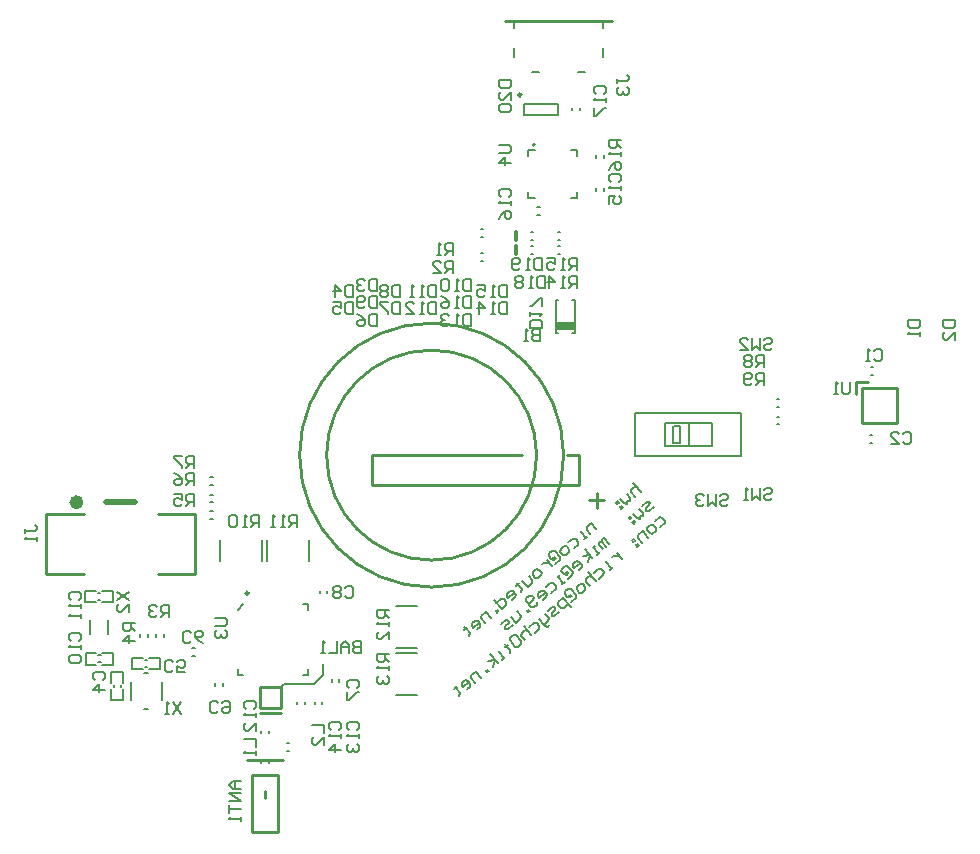
<source format=gbo>
G04 Layer_Color=12566463*
%FSLAX25Y25*%
%MOIN*%
G70*
G01*
G75*
%ADD14C,0.00700*%
%ADD18C,0.01000*%
%ADD52C,0.00800*%
%ADD54C,0.00787*%
%ADD55C,0.01181*%
%ADD91C,0.00984*%
%ADD92C,0.02362*%
%ADD93C,0.00500*%
%ADD94C,0.00600*%
%ADD95C,0.01969*%
D14*
X1645669Y1526779D02*
X1647201Y1528065D01*
X1648140Y1527983D01*
X1648997Y1526962D01*
X1648914Y1526023D01*
X1647383Y1524737D01*
X1645851Y1523452D02*
X1644830Y1522596D01*
X1643891Y1522678D01*
X1643035Y1523699D01*
X1643117Y1524638D01*
X1644138Y1525494D01*
X1645077Y1525412D01*
X1645933Y1524391D01*
X1645851Y1523452D01*
X1643299Y1521310D02*
X1641585Y1523352D01*
X1640053Y1522067D01*
X1639971Y1521128D01*
X1641256Y1519597D01*
X1638522Y1520782D02*
X1638011Y1520354D01*
X1638440Y1519843D01*
X1638950Y1520272D01*
X1638522Y1520782D01*
X1639807Y1519250D02*
X1639297Y1518822D01*
X1639725Y1518312D01*
X1640235Y1518740D01*
X1639807Y1519250D01*
X1632906Y1516070D02*
X1634620Y1514028D01*
X1633763Y1515049D01*
X1632824Y1515131D01*
X1631885Y1515213D01*
X1631374Y1514785D01*
X1631556Y1511457D02*
X1630535Y1510601D01*
X1631046Y1511029D01*
X1629332Y1513071D01*
X1629843Y1513500D01*
X1625248Y1509644D02*
X1626780Y1510929D01*
X1627719Y1510847D01*
X1628575Y1509826D01*
X1628493Y1508887D01*
X1626962Y1507602D01*
X1623370Y1509808D02*
X1625941Y1506745D01*
X1624655Y1508277D01*
X1623716Y1508359D01*
X1622695Y1507502D01*
X1622613Y1506563D01*
X1623898Y1505032D01*
X1622367Y1503746D02*
X1621346Y1502890D01*
X1620407Y1502972D01*
X1619550Y1503993D01*
X1619632Y1504932D01*
X1620653Y1505789D01*
X1621592Y1505706D01*
X1622449Y1504685D01*
X1622367Y1503746D01*
X1617426Y1501340D02*
X1616997Y1501851D01*
X1617508Y1502279D01*
X1617936Y1501769D01*
X1617426Y1501340D01*
X1616487Y1501423D01*
X1615630Y1502444D01*
X1615712Y1503382D01*
X1616733Y1504239D01*
X1617672Y1504157D01*
X1619386Y1502115D01*
X1619304Y1501176D01*
X1617772Y1499891D01*
X1617608Y1498013D02*
X1615037Y1501076D01*
X1613506Y1499791D01*
X1613424Y1498852D01*
X1614280Y1497831D01*
X1615219Y1497749D01*
X1616751Y1499034D01*
X1613688Y1496464D02*
X1612156Y1495179D01*
X1611217Y1495261D01*
X1611299Y1496200D01*
X1612320Y1497056D01*
X1612403Y1497995D01*
X1611464Y1498078D01*
X1609932Y1496792D01*
X1608911Y1495936D02*
X1610196Y1494404D01*
X1610114Y1493465D01*
X1608582Y1492180D01*
X1609011Y1491669D01*
X1609950Y1491587D01*
X1610460Y1492016D01*
X1608582Y1492180D02*
X1606869Y1494222D01*
X1603806Y1491652D02*
X1605337Y1492937D01*
X1606276Y1492855D01*
X1607133Y1491834D01*
X1607051Y1490895D01*
X1605519Y1489610D01*
X1601928Y1491816D02*
X1604498Y1488753D01*
X1603213Y1490285D01*
X1602274Y1490367D01*
X1601253Y1489510D01*
X1601171Y1488571D01*
X1602456Y1487039D01*
X1599293Y1488735D02*
X1598354Y1488817D01*
X1597333Y1487961D01*
X1597251Y1487022D01*
X1598965Y1484980D01*
X1599903Y1484897D01*
X1600924Y1485754D01*
X1601007Y1486693D01*
X1599293Y1488735D01*
X1595719Y1485736D02*
X1596148Y1485226D01*
X1596658Y1485654D01*
X1595637Y1484798D01*
X1596148Y1485226D01*
X1597433Y1483694D01*
X1597351Y1482755D01*
X1595819Y1481470D02*
X1594798Y1480614D01*
X1595309Y1481042D01*
X1593595Y1483084D01*
X1594106Y1483512D01*
X1593266Y1479328D02*
X1590696Y1482392D01*
X1592410Y1480350D02*
X1590021Y1480085D01*
X1592410Y1480350D02*
X1591735Y1478043D01*
X1590203Y1476758D02*
X1589775Y1477269D01*
X1589264Y1476840D01*
X1589693Y1476330D01*
X1590203Y1476758D01*
X1587651Y1474616D02*
X1585937Y1476658D01*
X1584406Y1475373D01*
X1584323Y1474434D01*
X1585608Y1472903D01*
X1583056Y1470761D02*
X1584077Y1471617D01*
X1584159Y1472556D01*
X1583302Y1473577D01*
X1582363Y1473660D01*
X1581342Y1472803D01*
X1581260Y1471864D01*
X1581688Y1471353D01*
X1583731Y1473067D01*
X1578872Y1471600D02*
X1579300Y1471089D01*
X1579811Y1471518D01*
X1578790Y1470661D01*
X1579300Y1471089D01*
X1580585Y1469558D01*
X1580503Y1468619D01*
X1645204Y1531482D02*
X1643672Y1530197D01*
X1642733Y1530279D01*
X1642815Y1531218D01*
X1643836Y1532075D01*
X1643918Y1533013D01*
X1642979Y1533095D01*
X1641448Y1531810D01*
X1640427Y1530954D02*
X1641712Y1529422D01*
X1641630Y1528483D01*
X1640691Y1528565D01*
X1640609Y1527626D01*
X1639670Y1527709D01*
X1638385Y1529240D01*
X1637364Y1528383D02*
X1636853Y1527955D01*
X1637281Y1527444D01*
X1637792Y1527873D01*
X1637364Y1528383D01*
X1638649Y1526852D02*
X1638138Y1526423D01*
X1638567Y1525913D01*
X1639077Y1526341D01*
X1638649Y1526852D01*
X1630398Y1519059D02*
X1628685Y1521101D01*
X1628174Y1520672D01*
X1628092Y1519733D01*
X1629377Y1518202D01*
X1628092Y1519733D01*
X1627153Y1519816D01*
X1627071Y1518877D01*
X1628356Y1517345D01*
X1627335Y1516488D02*
X1626314Y1515631D01*
X1626824Y1516060D01*
X1625111Y1518102D01*
X1625621Y1518530D01*
X1624782Y1514346D02*
X1622212Y1517410D01*
X1623926Y1515367D02*
X1621537Y1515103D01*
X1623926Y1515367D02*
X1623251Y1513061D01*
X1620188Y1510491D02*
X1621209Y1511348D01*
X1621291Y1512286D01*
X1620434Y1513308D01*
X1619495Y1513390D01*
X1618474Y1512533D01*
X1618392Y1511594D01*
X1618820Y1511084D01*
X1620862Y1512797D01*
X1616268Y1508942D02*
X1615839Y1509452D01*
X1616350Y1509881D01*
X1616778Y1509370D01*
X1616268Y1508942D01*
X1615329Y1509024D01*
X1614472Y1510045D01*
X1614554Y1510984D01*
X1615575Y1511841D01*
X1616514Y1511758D01*
X1618228Y1509716D01*
X1618145Y1508777D01*
X1616614Y1507492D01*
X1615593Y1506635D02*
X1614572Y1505779D01*
X1615082Y1506207D01*
X1613369Y1508249D01*
X1613879Y1508677D01*
X1609284Y1504822D02*
X1610816Y1506107D01*
X1611755Y1506025D01*
X1612612Y1505004D01*
X1612530Y1504065D01*
X1610998Y1502780D01*
X1608445Y1500638D02*
X1609466Y1501495D01*
X1609549Y1502434D01*
X1608692Y1503455D01*
X1607753Y1503537D01*
X1606732Y1502680D01*
X1606650Y1501741D01*
X1607078Y1501231D01*
X1609120Y1502944D01*
X1606485Y1499863D02*
X1606403Y1498924D01*
X1605382Y1498068D01*
X1604443Y1498150D01*
X1602730Y1500192D01*
X1602812Y1501131D01*
X1603833Y1501988D01*
X1604772Y1501905D01*
X1605200Y1501395D01*
X1605118Y1500456D01*
X1603586Y1499171D01*
X1603851Y1496782D02*
X1603422Y1497293D01*
X1602912Y1496865D01*
X1603340Y1496354D01*
X1603851Y1496782D01*
X1599584Y1496683D02*
X1600869Y1495151D01*
X1600787Y1494212D01*
X1599256Y1492927D01*
X1597542Y1494969D01*
X1598235Y1492070D02*
X1596703Y1490785D01*
X1595764Y1490867D01*
X1595846Y1491806D01*
X1596867Y1492663D01*
X1596949Y1493602D01*
X1596011Y1493684D01*
X1594479Y1492399D01*
X1638412Y1539576D02*
X1640982Y1536513D01*
X1639697Y1538044D01*
X1638758Y1538126D01*
X1637737Y1537270D01*
X1637655Y1536331D01*
X1638940Y1534799D01*
X1636205Y1535984D02*
X1637491Y1534453D01*
X1637408Y1533514D01*
X1636469Y1533596D01*
X1636387Y1532657D01*
X1635448Y1532739D01*
X1634163Y1534271D01*
X1633142Y1533414D02*
X1632632Y1532986D01*
X1633060Y1532475D01*
X1633571Y1532904D01*
X1633142Y1533414D01*
X1634427Y1531882D02*
X1633917Y1531454D01*
X1634345Y1530944D01*
X1634856Y1531372D01*
X1634427Y1531882D01*
X1626177Y1524089D02*
X1624463Y1526132D01*
X1622932Y1524846D01*
X1622849Y1523907D01*
X1624135Y1522376D01*
X1623114Y1521519D02*
X1622092Y1520662D01*
X1622603Y1521091D01*
X1620889Y1523133D01*
X1621400Y1523561D01*
X1616805Y1519706D02*
X1618337Y1520991D01*
X1619276Y1520909D01*
X1620132Y1519888D01*
X1620050Y1518949D01*
X1618519Y1517664D01*
X1616987Y1516378D02*
X1615966Y1515522D01*
X1615027Y1515604D01*
X1614170Y1516625D01*
X1614253Y1517564D01*
X1615274Y1518421D01*
X1616213Y1518338D01*
X1617069Y1517317D01*
X1616987Y1516378D01*
X1612046Y1513972D02*
X1611618Y1514483D01*
X1612128Y1514911D01*
X1612557Y1514401D01*
X1612046Y1513972D01*
X1611107Y1514055D01*
X1610250Y1515076D01*
X1610333Y1516015D01*
X1611354Y1516871D01*
X1612293Y1516789D01*
X1614006Y1514747D01*
X1613924Y1513808D01*
X1612392Y1512523D01*
X1609658Y1513708D02*
X1611371Y1511666D01*
X1610515Y1512687D01*
X1609576Y1512769D01*
X1608637Y1512852D01*
X1608126Y1512423D01*
X1607798Y1508667D02*
X1606776Y1507811D01*
X1605838Y1507893D01*
X1604981Y1508914D01*
X1605063Y1509853D01*
X1606084Y1510710D01*
X1607023Y1510627D01*
X1607880Y1509606D01*
X1607798Y1508667D01*
X1603531Y1508568D02*
X1604817Y1507036D01*
X1604734Y1506097D01*
X1603203Y1504812D01*
X1601489Y1506854D01*
X1599529Y1506079D02*
X1599958Y1505569D01*
X1600468Y1505997D01*
X1599447Y1505141D01*
X1599958Y1505569D01*
X1601243Y1504037D01*
X1601161Y1503098D01*
X1598098Y1500528D02*
X1599119Y1501385D01*
X1599201Y1502324D01*
X1598344Y1503345D01*
X1597405Y1503427D01*
X1596384Y1502570D01*
X1596302Y1501631D01*
X1596730Y1501121D01*
X1598772Y1502834D01*
X1591953Y1500593D02*
X1594524Y1497529D01*
X1596055Y1498815D01*
X1596138Y1499753D01*
X1595281Y1500775D01*
X1594342Y1500857D01*
X1592810Y1499572D01*
X1593503Y1496673D02*
X1593074Y1497183D01*
X1592564Y1496755D01*
X1592992Y1496244D01*
X1593503Y1496673D01*
X1590950Y1494531D02*
X1589237Y1496573D01*
X1587705Y1495288D01*
X1587623Y1494349D01*
X1588908Y1492817D01*
X1586355Y1490675D02*
X1587376Y1491532D01*
X1587459Y1492471D01*
X1586602Y1493492D01*
X1585663Y1493574D01*
X1584642Y1492717D01*
X1584560Y1491778D01*
X1584988Y1491268D01*
X1587030Y1492982D01*
X1582171Y1491514D02*
X1582600Y1491004D01*
X1583110Y1491432D01*
X1582089Y1490575D01*
X1582600Y1491004D01*
X1583885Y1489472D01*
X1583803Y1488533D01*
D18*
X1615210Y1548774D02*
G03*
X1615210Y1548774I-44000J0D01*
G01*
X1606210D02*
G03*
X1606210Y1548774I-35000J0D01*
G01*
X1712658Y1573209D02*
X1716595D01*
X1712658Y1569272D02*
Y1573209D01*
X1714626Y1559429D02*
Y1571240D01*
Y1559429D02*
X1726437D01*
Y1571240D01*
X1714626D02*
X1726437D01*
X1515709Y1434527D02*
Y1436890D01*
X1511378Y1442008D02*
X1520039D01*
Y1423110D02*
Y1442008D01*
X1511378Y1423110D02*
X1520039D01*
X1511378D02*
Y1442008D01*
X1509803Y1447126D02*
X1521614D01*
X1514882Y1464492D02*
X1519882D01*
X1520882D01*
X1513882D02*
X1519882D01*
X1513882D02*
Y1471492D01*
X1520882D01*
Y1464492D02*
Y1471492D01*
X1513882Y1462992D02*
X1520882D01*
X1551210Y1538774D02*
X1620422D01*
X1551210Y1548774D02*
X1601209D01*
X1551210Y1538774D02*
Y1548774D01*
X1616209D02*
X1620422D01*
Y1538774D02*
Y1548774D01*
X1626209Y1531174D02*
Y1536174D01*
X1623709Y1533674D02*
X1628709D01*
X1595827Y1693386D02*
X1631260D01*
X1442677Y1529311D02*
X1455374D01*
X1442677Y1509232D02*
Y1529311D01*
Y1509232D02*
X1455276D01*
X1479882Y1529311D02*
X1492480D01*
Y1509232D02*
Y1529311D01*
X1479980Y1509232D02*
X1492480D01*
X1612756Y1591024D02*
X1618661D01*
X1612756Y1592008D02*
X1618661D01*
X1612756Y1592992D02*
X1618661D01*
D52*
X1534974Y1475332D02*
Y1479147D01*
X1532171Y1472529D02*
X1534974Y1475332D01*
X1521919Y1472529D02*
X1532171D01*
X1520882Y1471492D02*
X1521919Y1472529D01*
X1608905Y1608421D02*
Y1604422D01*
X1606905D01*
X1606239Y1605088D01*
Y1607754D01*
X1606905Y1608421D01*
X1608905D01*
X1604906Y1604422D02*
X1603573D01*
X1604240D01*
Y1608421D01*
X1604906Y1607754D01*
X1601574D02*
X1600907Y1608421D01*
X1599574D01*
X1598908Y1607754D01*
Y1607088D01*
X1599574Y1606421D01*
X1598908Y1605755D01*
Y1605088D01*
X1599574Y1604422D01*
X1600907D01*
X1601574Y1605088D01*
Y1605755D01*
X1600907Y1606421D01*
X1601574Y1607088D01*
Y1607754D01*
X1600907Y1606421D02*
X1599574D01*
X1584409Y1595810D02*
Y1591811D01*
X1582410D01*
X1581744Y1592478D01*
Y1595143D01*
X1582410Y1595810D01*
X1584409D01*
X1580411Y1591811D02*
X1579078D01*
X1579744D01*
Y1595810D01*
X1580411Y1595143D01*
X1577079D02*
X1576412Y1595810D01*
X1575079D01*
X1574413Y1595143D01*
Y1594477D01*
X1575079Y1593810D01*
X1575746D01*
X1575079D01*
X1574413Y1593144D01*
Y1592478D01*
X1575079Y1591811D01*
X1576412D01*
X1577079Y1592478D01*
X1667374Y1535104D02*
X1668040Y1535770D01*
X1669373D01*
X1670039Y1535104D01*
Y1534437D01*
X1669373Y1533771D01*
X1668040D01*
X1667374Y1533105D01*
Y1532438D01*
X1668040Y1531772D01*
X1669373D01*
X1670039Y1532438D01*
X1666041Y1535770D02*
Y1531772D01*
X1664708Y1533105D01*
X1663375Y1531772D01*
Y1535770D01*
X1662042Y1535104D02*
X1661375Y1535770D01*
X1660043D01*
X1659376Y1535104D01*
Y1534437D01*
X1660043Y1533771D01*
X1660709D01*
X1660043D01*
X1659376Y1533105D01*
Y1532438D01*
X1660043Y1531772D01*
X1661375D01*
X1662042Y1532438D01*
X1728397Y1555773D02*
X1729064Y1556440D01*
X1730396D01*
X1731063Y1555773D01*
Y1553107D01*
X1730396Y1552441D01*
X1729064D01*
X1728397Y1553107D01*
X1724398Y1552441D02*
X1727064D01*
X1724398Y1555107D01*
Y1555773D01*
X1725065Y1556440D01*
X1726398D01*
X1727064Y1555773D01*
X1718555Y1583332D02*
X1719221Y1583999D01*
X1720554D01*
X1721221Y1583332D01*
Y1580667D01*
X1720554Y1580000D01*
X1719221D01*
X1718555Y1580667D01*
X1717222Y1580000D02*
X1715889D01*
X1716555D01*
Y1583999D01*
X1717222Y1583332D01*
X1710689Y1573270D02*
Y1569938D01*
X1710023Y1569272D01*
X1708690D01*
X1708023Y1569938D01*
Y1573270D01*
X1706690Y1569272D02*
X1705357D01*
X1706024D01*
Y1573270D01*
X1706690Y1572604D01*
X1593797Y1673898D02*
X1597795D01*
Y1671898D01*
X1597129Y1671232D01*
X1594463D01*
X1593797Y1671898D01*
Y1673898D01*
X1597795Y1667233D02*
Y1669899D01*
X1595129Y1667233D01*
X1594463D01*
X1593797Y1667900D01*
Y1669233D01*
X1594463Y1669899D01*
Y1665900D02*
X1593797Y1665234D01*
Y1663901D01*
X1594463Y1663234D01*
X1597129D01*
X1597795Y1663901D01*
Y1665234D01*
X1597129Y1665900D01*
X1594463D01*
X1466238Y1503228D02*
X1470236Y1500563D01*
X1466238D02*
X1470236Y1503228D01*
Y1496564D02*
Y1499230D01*
X1467570Y1496564D01*
X1466904D01*
X1466238Y1497230D01*
Y1498563D01*
X1466904Y1499230D01*
X1487658Y1466479D02*
X1484992Y1462480D01*
Y1466479D02*
X1487658Y1462480D01*
X1483659D02*
X1482326D01*
X1482992D01*
Y1466479D01*
X1483659Y1465813D01*
X1498915Y1494468D02*
X1502247D01*
X1502913Y1493802D01*
Y1492469D01*
X1502247Y1491803D01*
X1498915D01*
X1499581Y1490470D02*
X1498915Y1489803D01*
Y1488470D01*
X1499581Y1487804D01*
X1500248D01*
X1500914Y1488470D01*
Y1489137D01*
Y1488470D01*
X1501581Y1487804D01*
X1502247D01*
X1502913Y1488470D01*
Y1489803D01*
X1502247Y1490470D01*
X1451156Y1500563D02*
X1450490Y1501229D01*
Y1502562D01*
X1451156Y1503228D01*
X1453822D01*
X1454488Y1502562D01*
Y1501229D01*
X1453822Y1500563D01*
X1454488Y1499230D02*
Y1497897D01*
Y1498563D01*
X1450490D01*
X1451156Y1499230D01*
X1454488Y1495897D02*
Y1494565D01*
Y1495231D01*
X1450490D01*
X1451156Y1495897D01*
Y1486783D02*
X1450490Y1487449D01*
Y1488782D01*
X1451156Y1489449D01*
X1453822D01*
X1454488Y1488782D01*
Y1487449D01*
X1453822Y1486783D01*
X1454488Y1485450D02*
Y1484117D01*
Y1484784D01*
X1450490D01*
X1451156Y1485450D01*
Y1482118D02*
X1450490Y1481451D01*
Y1480118D01*
X1451156Y1479452D01*
X1453822D01*
X1454488Y1480118D01*
Y1481451D01*
X1453822Y1482118D01*
X1451156D01*
X1485008Y1477258D02*
X1484342Y1476592D01*
X1483009D01*
X1482343Y1477258D01*
Y1479924D01*
X1483009Y1480591D01*
X1484342D01*
X1485008Y1479924D01*
X1489007Y1476592D02*
X1486341D01*
Y1478591D01*
X1487674Y1477925D01*
X1488341D01*
X1489007Y1478591D01*
Y1479924D01*
X1488341Y1480591D01*
X1487008D01*
X1486341Y1479924D01*
X1459030Y1473988D02*
X1458364Y1474654D01*
Y1475987D01*
X1459030Y1476653D01*
X1461696D01*
X1462362Y1475987D01*
Y1474654D01*
X1461696Y1473988D01*
X1462362Y1470656D02*
X1458364D01*
X1460363Y1472655D01*
Y1469989D01*
X1593797Y1652244D02*
X1597129D01*
X1597795Y1651578D01*
Y1650245D01*
X1597129Y1649578D01*
X1593797D01*
X1597795Y1646246D02*
X1593797D01*
X1595796Y1648245D01*
Y1645580D01*
X1682137Y1587269D02*
X1682804Y1587936D01*
X1684137D01*
X1684803Y1587269D01*
Y1586603D01*
X1684137Y1585936D01*
X1682804D01*
X1682137Y1585270D01*
Y1584604D01*
X1682804Y1583937D01*
X1684137D01*
X1684803Y1584604D01*
X1680804Y1587936D02*
Y1583937D01*
X1679472Y1585270D01*
X1678139Y1583937D01*
Y1587936D01*
X1674140Y1583937D02*
X1676806D01*
X1674140Y1586603D01*
Y1587269D01*
X1674806Y1587936D01*
X1676139D01*
X1676806Y1587269D01*
X1682137Y1537072D02*
X1682804Y1537739D01*
X1684137D01*
X1684803Y1537072D01*
Y1536406D01*
X1684137Y1535740D01*
X1682804D01*
X1682137Y1535073D01*
Y1534407D01*
X1682804Y1533740D01*
X1684137D01*
X1684803Y1534407D01*
X1680804Y1537739D02*
Y1533740D01*
X1679472Y1535073D01*
X1678139Y1533740D01*
Y1537739D01*
X1676806Y1533740D02*
X1675473D01*
X1676139D01*
Y1537739D01*
X1676806Y1537072D01*
X1634311Y1653917D02*
X1630312D01*
Y1651918D01*
X1630979Y1651251D01*
X1632312D01*
X1632978Y1651918D01*
Y1653917D01*
Y1652584D02*
X1634311Y1651251D01*
Y1649919D02*
Y1648586D01*
Y1649252D01*
X1630312D01*
X1630979Y1649919D01*
X1630312Y1643921D02*
X1630979Y1645254D01*
X1632312Y1646586D01*
X1633645D01*
X1634311Y1645920D01*
Y1644587D01*
X1633645Y1643921D01*
X1632978D01*
X1632312Y1644587D01*
Y1646586D01*
X1619843Y1610512D02*
Y1614511D01*
X1617843D01*
X1617177Y1613844D01*
Y1612511D01*
X1617843Y1611845D01*
X1619843D01*
X1618510D02*
X1617177Y1610512D01*
X1615844D02*
X1614511D01*
X1615177D01*
Y1614511D01*
X1615844Y1613844D01*
X1609846Y1614511D02*
X1612511D01*
Y1612511D01*
X1611179Y1613178D01*
X1610512D01*
X1609846Y1612511D01*
Y1611178D01*
X1610512Y1610512D01*
X1611845D01*
X1612511Y1611178D01*
X1619843Y1604606D02*
Y1608605D01*
X1617843D01*
X1617177Y1607939D01*
Y1606606D01*
X1617843Y1605939D01*
X1619843D01*
X1618510D02*
X1617177Y1604606D01*
X1615844D02*
X1614511D01*
X1615177D01*
Y1608605D01*
X1615844Y1607939D01*
X1610512Y1604606D02*
Y1608605D01*
X1612511Y1606606D01*
X1609846D01*
X1556850Y1482559D02*
X1552852D01*
Y1480560D01*
X1553518Y1479893D01*
X1554851D01*
X1555517Y1480560D01*
Y1482559D01*
Y1481226D02*
X1556850Y1479893D01*
Y1478560D02*
Y1477227D01*
Y1477894D01*
X1552852D01*
X1553518Y1478560D01*
Y1475228D02*
X1552852Y1474562D01*
Y1473229D01*
X1553518Y1472562D01*
X1554185D01*
X1554851Y1473229D01*
Y1473895D01*
Y1473229D01*
X1555517Y1472562D01*
X1556184D01*
X1556850Y1473229D01*
Y1474562D01*
X1556184Y1475228D01*
X1556850Y1497323D02*
X1552852D01*
Y1495323D01*
X1553518Y1494657D01*
X1554851D01*
X1555517Y1495323D01*
Y1497323D01*
Y1495990D02*
X1556850Y1494657D01*
Y1493324D02*
Y1491991D01*
Y1492658D01*
X1552852D01*
X1553518Y1493324D01*
X1556850Y1487326D02*
Y1489992D01*
X1554185Y1487326D01*
X1553518D01*
X1552852Y1487992D01*
Y1489325D01*
X1553518Y1489992D01*
X1526339Y1524882D02*
Y1528881D01*
X1524339D01*
X1523673Y1528214D01*
Y1526881D01*
X1524339Y1526215D01*
X1526339D01*
X1525006D02*
X1523673Y1524882D01*
X1522340D02*
X1521007D01*
X1521673D01*
Y1528881D01*
X1522340Y1528214D01*
X1519008Y1524882D02*
X1517675D01*
X1518341D01*
Y1528881D01*
X1519008Y1528214D01*
X1513543Y1524882D02*
Y1528881D01*
X1511544D01*
X1510878Y1528214D01*
Y1526881D01*
X1511544Y1526215D01*
X1513543D01*
X1512210D02*
X1510878Y1524882D01*
X1509545D02*
X1508212D01*
X1508878D01*
Y1528881D01*
X1509545Y1528214D01*
X1506212D02*
X1505546Y1528881D01*
X1504213D01*
X1503547Y1528214D01*
Y1525548D01*
X1504213Y1524882D01*
X1505546D01*
X1506212Y1525548D01*
Y1528214D01*
X1681850Y1572126D02*
Y1576125D01*
X1679851D01*
X1679185Y1575458D01*
Y1574125D01*
X1679851Y1573459D01*
X1681850D01*
X1680518D02*
X1679185Y1572126D01*
X1677852Y1572792D02*
X1677185Y1572126D01*
X1675852D01*
X1675186Y1572792D01*
Y1575458D01*
X1675852Y1576125D01*
X1677185D01*
X1677852Y1575458D01*
Y1574792D01*
X1677185Y1574125D01*
X1675186D01*
X1681850Y1578032D02*
Y1582030D01*
X1679851D01*
X1679185Y1581364D01*
Y1580031D01*
X1679851Y1579364D01*
X1681850D01*
X1680518D02*
X1679185Y1578032D01*
X1677852Y1581364D02*
X1677185Y1582030D01*
X1675852D01*
X1675186Y1581364D01*
Y1580697D01*
X1675852Y1580031D01*
X1675186Y1579364D01*
Y1578698D01*
X1675852Y1578032D01*
X1677185D01*
X1677852Y1578698D01*
Y1579364D01*
X1677185Y1580031D01*
X1677852Y1580697D01*
Y1581364D01*
X1677185Y1580031D02*
X1675852D01*
X1491890Y1544567D02*
Y1548566D01*
X1489890D01*
X1489224Y1547899D01*
Y1546566D01*
X1489890Y1545900D01*
X1491890D01*
X1490557D02*
X1489224Y1544567D01*
X1487891Y1548566D02*
X1485225D01*
Y1547899D01*
X1487891Y1545233D01*
Y1544567D01*
X1491890Y1538661D02*
Y1542660D01*
X1489890D01*
X1489224Y1541994D01*
Y1540661D01*
X1489890Y1539994D01*
X1491890D01*
X1490557D02*
X1489224Y1538661D01*
X1485225Y1542660D02*
X1486558Y1541994D01*
X1487891Y1540661D01*
Y1539328D01*
X1487225Y1538661D01*
X1485892D01*
X1485225Y1539328D01*
Y1539994D01*
X1485892Y1540661D01*
X1487891D01*
X1491890Y1531772D02*
Y1535770D01*
X1489890D01*
X1489224Y1535104D01*
Y1533771D01*
X1489890Y1533105D01*
X1491890D01*
X1490557D02*
X1489224Y1531772D01*
X1485225Y1535770D02*
X1487891D01*
Y1533771D01*
X1486558Y1534437D01*
X1485892D01*
X1485225Y1533771D01*
Y1532438D01*
X1485892Y1531772D01*
X1487225D01*
X1487891Y1532438D01*
X1472402Y1492795D02*
X1468403D01*
Y1490796D01*
X1469069Y1490129D01*
X1470402D01*
X1471069Y1490796D01*
Y1492795D01*
Y1491462D02*
X1472402Y1490129D01*
Y1486797D02*
X1468403D01*
X1470402Y1488797D01*
Y1486131D01*
X1483622Y1494665D02*
Y1498664D01*
X1481623D01*
X1480956Y1497998D01*
Y1496665D01*
X1481623Y1495998D01*
X1483622D01*
X1482289D02*
X1480956Y1494665D01*
X1479623Y1497998D02*
X1478957Y1498664D01*
X1477624D01*
X1476958Y1497998D01*
Y1497331D01*
X1477624Y1496665D01*
X1478290D01*
X1477624D01*
X1476958Y1495998D01*
Y1495332D01*
X1477624Y1494665D01*
X1478957D01*
X1479623Y1495332D01*
X1578504Y1609528D02*
Y1613526D01*
X1576505D01*
X1575838Y1612860D01*
Y1611527D01*
X1576505Y1610860D01*
X1578504D01*
X1577171D02*
X1575838Y1609528D01*
X1571839D02*
X1574505D01*
X1571839Y1612193D01*
Y1612860D01*
X1572506Y1613526D01*
X1573839D01*
X1574505Y1612860D01*
X1578504Y1615433D02*
Y1619432D01*
X1576505D01*
X1575838Y1618765D01*
Y1617432D01*
X1576505Y1616766D01*
X1578504D01*
X1577171D02*
X1575838Y1615433D01*
X1574505D02*
X1573172D01*
X1573839D01*
Y1619432D01*
X1574505Y1618765D01*
X1531198Y1458937D02*
X1535197D01*
Y1456271D01*
Y1452273D02*
Y1454938D01*
X1532531Y1452273D01*
X1531865D01*
X1531198Y1452939D01*
Y1454272D01*
X1531865Y1454938D01*
X1508560Y1454016D02*
X1512559D01*
Y1451350D01*
Y1450017D02*
Y1448684D01*
Y1449351D01*
X1508560D01*
X1509227Y1450017D01*
X1435529Y1522807D02*
Y1524139D01*
Y1523473D01*
X1438861D01*
X1439528Y1524139D01*
Y1524806D01*
X1438861Y1525472D01*
X1439528Y1521474D02*
Y1520141D01*
Y1520807D01*
X1435529D01*
X1436195Y1521474D01*
X1633167Y1672807D02*
Y1674140D01*
Y1673473D01*
X1636499D01*
X1637165Y1674140D01*
Y1674806D01*
X1636499Y1675472D01*
X1633833Y1671474D02*
X1633167Y1670807D01*
Y1669474D01*
X1633833Y1668808D01*
X1634500D01*
X1635166Y1669474D01*
Y1670141D01*
Y1669474D01*
X1635832Y1668808D01*
X1636499D01*
X1637165Y1669474D01*
Y1670807D01*
X1636499Y1671474D01*
X1607896Y1591024D02*
X1603898D01*
Y1593023D01*
X1604564Y1593689D01*
X1607230D01*
X1607896Y1593023D01*
Y1591024D01*
X1603898Y1595022D02*
Y1596355D01*
Y1595689D01*
X1607896D01*
X1607230Y1595022D01*
X1607896Y1598355D02*
Y1601020D01*
X1607230D01*
X1604564Y1598355D01*
X1603898D01*
X1608031Y1614511D02*
Y1610512D01*
X1606032D01*
X1605366Y1611178D01*
Y1613844D01*
X1606032Y1614511D01*
X1608031D01*
X1604033Y1610512D02*
X1602700D01*
X1603366D01*
Y1614511D01*
X1604033Y1613844D01*
X1600701Y1611178D02*
X1600034Y1610512D01*
X1598701D01*
X1598035Y1611178D01*
Y1613844D01*
X1598701Y1614511D01*
X1600034D01*
X1600701Y1613844D01*
Y1613178D01*
X1600034Y1612511D01*
X1598035D01*
X1584409Y1601715D02*
Y1597717D01*
X1582410D01*
X1581744Y1598383D01*
Y1601049D01*
X1582410Y1601715D01*
X1584409D01*
X1580411Y1597717D02*
X1579078D01*
X1579744D01*
Y1601715D01*
X1580411Y1601049D01*
X1574413Y1601715D02*
X1575746Y1601049D01*
X1577079Y1599716D01*
Y1598383D01*
X1576412Y1597717D01*
X1575079D01*
X1574413Y1598383D01*
Y1599049D01*
X1575079Y1599716D01*
X1577079D01*
X1596220Y1605652D02*
Y1601653D01*
X1594221D01*
X1593555Y1602320D01*
Y1604986D01*
X1594221Y1605652D01*
X1596220D01*
X1592222Y1601653D02*
X1590889D01*
X1591555D01*
Y1605652D01*
X1592222Y1604986D01*
X1586224Y1605652D02*
X1588890D01*
Y1603653D01*
X1587557Y1604319D01*
X1586890D01*
X1586224Y1603653D01*
Y1602320D01*
X1586890Y1601653D01*
X1588223D01*
X1588890Y1602320D01*
X1596220Y1599747D02*
Y1595748D01*
X1594221D01*
X1593555Y1596414D01*
Y1599080D01*
X1594221Y1599747D01*
X1596220D01*
X1592222Y1595748D02*
X1590889D01*
X1591555D01*
Y1599747D01*
X1592222Y1599080D01*
X1586890Y1595748D02*
Y1599747D01*
X1588890Y1597747D01*
X1586224D01*
X1572598Y1599747D02*
Y1595748D01*
X1570599D01*
X1569933Y1596414D01*
Y1599080D01*
X1570599Y1599747D01*
X1572598D01*
X1568600Y1595748D02*
X1567267D01*
X1567933D01*
Y1599747D01*
X1568600Y1599080D01*
X1562602Y1595748D02*
X1565267D01*
X1562602Y1598414D01*
Y1599080D01*
X1563268Y1599747D01*
X1564601D01*
X1565267Y1599080D01*
X1572598Y1605652D02*
Y1601653D01*
X1570599D01*
X1569933Y1602320D01*
Y1604986D01*
X1570599Y1605652D01*
X1572598D01*
X1568600Y1601653D02*
X1567267D01*
X1567933D01*
Y1605652D01*
X1568600Y1604986D01*
X1565267Y1601653D02*
X1563935D01*
X1564601D01*
Y1605652D01*
X1565267Y1604986D01*
X1584409Y1607621D02*
Y1603622D01*
X1582410D01*
X1581744Y1604288D01*
Y1606954D01*
X1582410Y1607621D01*
X1584409D01*
X1580411Y1603622D02*
X1579078D01*
X1579744D01*
Y1607621D01*
X1580411Y1606954D01*
X1577079D02*
X1576412Y1607621D01*
X1575079D01*
X1574413Y1606954D01*
Y1604288D01*
X1575079Y1603622D01*
X1576412D01*
X1577079Y1604288D01*
Y1606954D01*
X1552913Y1601715D02*
Y1597717D01*
X1550914D01*
X1550248Y1598383D01*
Y1601049D01*
X1550914Y1601715D01*
X1552913D01*
X1548915Y1598383D02*
X1548248Y1597717D01*
X1546915D01*
X1546249Y1598383D01*
Y1601049D01*
X1546915Y1601715D01*
X1548248D01*
X1548915Y1601049D01*
Y1600382D01*
X1548248Y1599716D01*
X1546249D01*
X1560787Y1605652D02*
Y1601653D01*
X1558788D01*
X1558122Y1602320D01*
Y1604986D01*
X1558788Y1605652D01*
X1560787D01*
X1556789Y1604986D02*
X1556122Y1605652D01*
X1554789D01*
X1554123Y1604986D01*
Y1604319D01*
X1554789Y1603653D01*
X1554123Y1602986D01*
Y1602320D01*
X1554789Y1601653D01*
X1556122D01*
X1556789Y1602320D01*
Y1602986D01*
X1556122Y1603653D01*
X1556789Y1604319D01*
Y1604986D01*
X1556122Y1603653D02*
X1554789D01*
X1560787Y1599747D02*
Y1595748D01*
X1558788D01*
X1558122Y1596414D01*
Y1599080D01*
X1558788Y1599747D01*
X1560787D01*
X1556789D02*
X1554123D01*
Y1599080D01*
X1556789Y1596414D01*
Y1595748D01*
X1552913Y1595810D02*
Y1591811D01*
X1550914D01*
X1550248Y1592478D01*
Y1595143D01*
X1550914Y1595810D01*
X1552913D01*
X1546249D02*
X1547582Y1595143D01*
X1548915Y1593810D01*
Y1592478D01*
X1548248Y1591811D01*
X1546915D01*
X1546249Y1592478D01*
Y1593144D01*
X1546915Y1593810D01*
X1548915D01*
X1545039Y1599747D02*
Y1595748D01*
X1543040D01*
X1542374Y1596414D01*
Y1599080D01*
X1543040Y1599747D01*
X1545039D01*
X1538375D02*
X1541041D01*
Y1597747D01*
X1539708Y1598414D01*
X1539041D01*
X1538375Y1597747D01*
Y1596414D01*
X1539041Y1595748D01*
X1540374D01*
X1541041Y1596414D01*
X1545039Y1605652D02*
Y1601653D01*
X1543040D01*
X1542374Y1602320D01*
Y1604986D01*
X1543040Y1605652D01*
X1545039D01*
X1539041Y1601653D02*
Y1605652D01*
X1541041Y1603653D01*
X1538375D01*
X1552913Y1607621D02*
Y1603622D01*
X1550914D01*
X1550248Y1604288D01*
Y1606954D01*
X1550914Y1607621D01*
X1552913D01*
X1548915Y1606954D02*
X1548248Y1607621D01*
X1546915D01*
X1546249Y1606954D01*
Y1606288D01*
X1546915Y1605621D01*
X1547582D01*
X1546915D01*
X1546249Y1604955D01*
Y1604288D01*
X1546915Y1603622D01*
X1548248D01*
X1548915Y1604288D01*
X1741828Y1593779D02*
X1745827D01*
Y1591780D01*
X1745160Y1591114D01*
X1742495D01*
X1741828Y1591780D01*
Y1593779D01*
X1745827Y1587115D02*
Y1589781D01*
X1743161Y1587115D01*
X1742495D01*
X1741828Y1587782D01*
Y1589114D01*
X1742495Y1589781D01*
X1730017Y1593779D02*
X1734016D01*
Y1591780D01*
X1733349Y1591114D01*
X1730684D01*
X1730017Y1591780D01*
Y1593779D01*
X1734016Y1589781D02*
Y1588448D01*
Y1589114D01*
X1730017D01*
X1730684Y1589781D01*
X1625959Y1669263D02*
X1625293Y1669930D01*
Y1671263D01*
X1625959Y1671929D01*
X1628625D01*
X1629291Y1671263D01*
Y1669930D01*
X1628625Y1669263D01*
X1629291Y1667930D02*
Y1666598D01*
Y1667264D01*
X1625293D01*
X1625959Y1667930D01*
X1625293Y1664598D02*
Y1661932D01*
X1625959D01*
X1628625Y1664598D01*
X1629291D01*
X1594463Y1634848D02*
X1593797Y1635515D01*
Y1636847D01*
X1594463Y1637514D01*
X1597129D01*
X1597795Y1636847D01*
Y1635515D01*
X1597129Y1634848D01*
X1597795Y1633515D02*
Y1632182D01*
Y1632849D01*
X1593797D01*
X1594463Y1633515D01*
X1593797Y1627517D02*
X1594463Y1628850D01*
X1595796Y1630183D01*
X1597129D01*
X1597795Y1629516D01*
Y1628184D01*
X1597129Y1627517D01*
X1596462D01*
X1595796Y1628184D01*
Y1630183D01*
X1630880Y1639736D02*
X1630214Y1640402D01*
Y1641735D01*
X1630880Y1642402D01*
X1633546D01*
X1634213Y1641735D01*
Y1640402D01*
X1633546Y1639736D01*
X1634213Y1638403D02*
Y1637070D01*
Y1637736D01*
X1630214D01*
X1630880Y1638403D01*
X1630214Y1632405D02*
Y1635071D01*
X1632213D01*
X1631547Y1633738D01*
Y1633071D01*
X1632213Y1632405D01*
X1633546D01*
X1634213Y1633071D01*
Y1634404D01*
X1633546Y1635071D01*
X1537770Y1457255D02*
X1537104Y1457922D01*
Y1459255D01*
X1537770Y1459921D01*
X1540436D01*
X1541102Y1459255D01*
Y1457922D01*
X1540436Y1457255D01*
X1541102Y1455923D02*
Y1454590D01*
Y1455256D01*
X1537104D01*
X1537770Y1455923D01*
X1541102Y1450591D02*
X1537104D01*
X1539103Y1452590D01*
Y1449924D01*
X1543676Y1457255D02*
X1543009Y1457922D01*
Y1459255D01*
X1543676Y1459921D01*
X1546341D01*
X1547008Y1459255D01*
Y1457922D01*
X1546341Y1457255D01*
X1547008Y1455923D02*
Y1454590D01*
Y1455256D01*
X1543009D01*
X1543676Y1455923D01*
Y1452590D02*
X1543009Y1451924D01*
Y1450591D01*
X1543676Y1449924D01*
X1544342D01*
X1545008Y1450591D01*
Y1451257D01*
Y1450591D01*
X1545675Y1449924D01*
X1546341D01*
X1547008Y1450591D01*
Y1451924D01*
X1546341Y1452590D01*
X1509227Y1464145D02*
X1508560Y1464812D01*
Y1466145D01*
X1509227Y1466811D01*
X1511893D01*
X1512559Y1466145D01*
Y1464812D01*
X1511893Y1464145D01*
X1512559Y1462812D02*
Y1461479D01*
Y1462146D01*
X1508560D01*
X1509227Y1462812D01*
X1512559Y1456814D02*
Y1459480D01*
X1509893Y1456814D01*
X1509227D01*
X1508560Y1457481D01*
Y1458814D01*
X1509227Y1459480D01*
X1500067Y1463380D02*
X1499401Y1462714D01*
X1498068D01*
X1497402Y1463380D01*
Y1466046D01*
X1498068Y1466713D01*
X1499401D01*
X1500067Y1466046D01*
X1501400D02*
X1502067Y1466713D01*
X1503400D01*
X1504066Y1466046D01*
Y1463380D01*
X1503400Y1462714D01*
X1502067D01*
X1501400Y1463380D01*
Y1464047D01*
X1502067Y1464713D01*
X1504066D01*
X1542374Y1504592D02*
X1543040Y1505258D01*
X1544373D01*
X1545039Y1504592D01*
Y1501926D01*
X1544373Y1501260D01*
X1543040D01*
X1542374Y1501926D01*
X1541041Y1504592D02*
X1540374Y1505258D01*
X1539041D01*
X1538375Y1504592D01*
Y1503926D01*
X1539041Y1503259D01*
X1538375Y1502593D01*
Y1501926D01*
X1539041Y1501260D01*
X1540374D01*
X1541041Y1501926D01*
Y1502593D01*
X1540374Y1503259D01*
X1541041Y1503926D01*
Y1504592D01*
X1540374Y1503259D02*
X1539041D01*
X1543676Y1471035D02*
X1543009Y1471701D01*
Y1473034D01*
X1543676Y1473701D01*
X1546341D01*
X1547008Y1473034D01*
Y1471701D01*
X1546341Y1471035D01*
X1543009Y1469702D02*
Y1467036D01*
X1543676D01*
X1546341Y1469702D01*
X1547008D01*
X1491012Y1486806D02*
X1490346Y1486139D01*
X1489013D01*
X1488346Y1486806D01*
Y1489471D01*
X1489013Y1490138D01*
X1490346D01*
X1491012Y1489471D01*
X1495011Y1486139D02*
X1493678Y1486806D01*
X1492345Y1488138D01*
Y1489471D01*
X1493012Y1490138D01*
X1494345D01*
X1495011Y1489471D01*
Y1488805D01*
X1494345Y1488138D01*
X1492345D01*
X1607331Y1590863D02*
Y1586864D01*
X1605332D01*
X1604666Y1587531D01*
Y1588197D01*
X1605332Y1588864D01*
X1607331D01*
X1605332D01*
X1604666Y1589530D01*
Y1590197D01*
X1605332Y1590863D01*
X1607331D01*
X1603333Y1586864D02*
X1602000D01*
X1602666D01*
Y1590863D01*
X1603333Y1590197D01*
X1507638Y1440236D02*
X1504972D01*
X1503639Y1438903D01*
X1504972Y1437570D01*
X1507638D01*
X1505639D01*
Y1440236D01*
X1507638Y1436238D02*
X1503639D01*
X1507638Y1433572D01*
X1503639D01*
Y1432239D02*
Y1429573D01*
Y1430906D01*
X1507638D01*
Y1428240D02*
Y1426907D01*
Y1427574D01*
X1503639D01*
X1504305Y1428240D01*
X1547665Y1486742D02*
Y1482744D01*
X1545666D01*
X1544999Y1483410D01*
Y1484077D01*
X1545666Y1484743D01*
X1547665D01*
X1545666D01*
X1544999Y1485410D01*
Y1486076D01*
X1545666Y1486742D01*
X1547665D01*
X1543666Y1482744D02*
Y1485410D01*
X1542334Y1486742D01*
X1541001Y1485410D01*
Y1482744D01*
Y1484743D01*
X1543666D01*
X1539668Y1486742D02*
Y1482744D01*
X1537002D01*
X1535669D02*
X1534336D01*
X1535003D01*
Y1486742D01*
X1535669Y1486076D01*
D54*
X1605669Y1652244D02*
G03*
X1605669Y1652244I-394J0D01*
G01*
X1540413Y1473307D02*
Y1474094D01*
X1537854Y1473307D02*
Y1474094D01*
X1536476Y1502835D02*
Y1503622D01*
X1533917Y1502835D02*
Y1503622D01*
X1501732Y1471929D02*
Y1472717D01*
X1499173Y1471929D02*
Y1472717D01*
X1516949Y1456024D02*
Y1456811D01*
X1514390Y1456024D02*
Y1456811D01*
X1534803Y1465827D02*
Y1466614D01*
X1532244Y1465827D02*
Y1466614D01*
X1528898Y1465827D02*
Y1466614D01*
X1526339Y1465827D02*
Y1466614D01*
X1626043Y1636890D02*
Y1637677D01*
X1628602Y1636890D02*
Y1637677D01*
X1606457Y1628917D02*
X1607244D01*
X1606457Y1631476D02*
X1607244D01*
X1618169Y1663661D02*
Y1664449D01*
X1620728Y1663661D02*
Y1664449D01*
X1604390Y1618484D02*
X1605177D01*
X1604390Y1615925D02*
X1605177D01*
X1604390Y1623209D02*
X1605177D01*
X1604390Y1620650D02*
X1605177D01*
X1522894Y1450177D02*
X1523681D01*
X1522894Y1452736D02*
X1523681D01*
X1587559Y1623996D02*
X1588346D01*
X1587559Y1621437D02*
X1588346D01*
X1587559Y1616122D02*
X1588346D01*
X1587559Y1613563D02*
X1588346D01*
X1479291Y1488268D02*
Y1489055D01*
X1481850Y1488268D02*
Y1489055D01*
X1474173Y1488268D02*
Y1489055D01*
X1476732Y1488268D02*
Y1489055D01*
X1497402Y1527539D02*
X1498189D01*
X1497402Y1530098D02*
X1498189D01*
X1497402Y1533051D02*
X1498189D01*
X1497402Y1535610D02*
X1498189D01*
X1497402Y1538957D02*
X1498189D01*
X1497402Y1541516D02*
X1498189D01*
X1686378Y1564941D02*
X1687165D01*
X1686378Y1567500D02*
X1687165D01*
X1686378Y1559035D02*
X1687165D01*
X1686378Y1561594D02*
X1687165D01*
X1613346Y1618484D02*
X1614134D01*
X1613346Y1615925D02*
X1614134D01*
X1613346Y1623209D02*
X1614134D01*
X1613346Y1620650D02*
X1614134D01*
X1626043Y1647913D02*
Y1648701D01*
X1628602Y1647913D02*
Y1648701D01*
X1475650Y1480492D02*
X1476437D01*
X1475650Y1478130D02*
X1476437D01*
X1460098Y1482067D02*
X1460886D01*
X1460098Y1479705D02*
X1460886D01*
X1460000Y1502835D02*
X1460787D01*
X1460000Y1500472D02*
X1460787D01*
X1717677Y1575571D02*
X1718465D01*
X1717677Y1578130D02*
X1718465D01*
X1717185Y1552835D02*
X1717973D01*
X1717185Y1555394D02*
X1717973D01*
X1617579Y1650472D02*
X1619646D01*
Y1648405D02*
Y1650472D01*
Y1634331D02*
Y1636398D01*
X1617579Y1634331D02*
X1619646D01*
X1603504D02*
X1605571D01*
X1603504D02*
Y1636398D01*
Y1648405D02*
Y1650472D01*
X1605571D01*
X1601929Y1662283D02*
Y1665827D01*
X1613346Y1662283D02*
Y1665827D01*
X1601929D02*
X1613346D01*
X1601929Y1662283D02*
X1613346D01*
X1491398Y1481968D02*
X1492185D01*
X1491398Y1484528D02*
X1492185D01*
X1467579Y1471338D02*
Y1472126D01*
X1465217Y1471338D02*
Y1472126D01*
X1506536Y1475571D02*
X1508504D01*
X1506536D02*
Y1477540D01*
X1528189Y1475571D02*
X1530157D01*
Y1477540D01*
X1506536Y1497225D02*
X1508504Y1499193D01*
X1530157Y1497225D02*
Y1499193D01*
X1528189D02*
X1530157D01*
X1516949Y1446024D02*
Y1446811D01*
X1514390Y1446024D02*
Y1446811D01*
X1618071Y1600472D02*
X1618858D01*
Y1589449D02*
Y1600472D01*
X1618071Y1589449D02*
X1618858D01*
X1612559D02*
X1613346D01*
X1612559D02*
Y1600472D01*
X1613346D01*
X1463346Y1489055D02*
Y1493779D01*
X1457441Y1489055D02*
Y1493779D01*
D55*
X1599272Y1615925D02*
Y1618484D01*
Y1620650D02*
Y1623209D01*
D91*
X1601142Y1668878D02*
G03*
X1601142Y1668878I-492J0D01*
G01*
X1510177Y1502736D02*
G03*
X1510177Y1502736I-492J0D01*
G01*
D92*
X1453996Y1533051D02*
G03*
X1453996Y1533051I-1181J0D01*
G01*
D93*
X1516386Y1513508D02*
Y1520508D01*
X1530386Y1513508D02*
Y1520508D01*
X1559256Y1498417D02*
X1566256D01*
X1559256Y1484417D02*
X1566256D01*
X1559256Y1482669D02*
X1566256D01*
X1559256Y1468669D02*
X1566256D01*
X1628307Y1681476D02*
Y1684331D01*
X1598583Y1681476D02*
Y1684331D01*
X1620138Y1676358D02*
X1622205D01*
X1604783D02*
X1606949D01*
X1598583Y1691122D02*
Y1693386D01*
X1628307Y1691220D02*
Y1693386D01*
X1500638Y1513508D02*
Y1520508D01*
X1514638Y1513508D02*
Y1520508D01*
D94*
X1477028Y1481279D02*
X1480669D01*
X1471417D02*
X1475059D01*
X1480669Y1477343D02*
Y1481279D01*
X1477028Y1477343D02*
X1480669D01*
X1471417D02*
Y1481279D01*
Y1477343D02*
X1475059D01*
X1461476Y1482854D02*
X1465118D01*
X1455866D02*
X1459508D01*
X1465118Y1478917D02*
Y1482854D01*
X1461476Y1478917D02*
X1465118D01*
X1455866D02*
Y1482854D01*
Y1478917D02*
X1459508D01*
X1461378Y1503622D02*
X1465020D01*
X1455768D02*
X1459410D01*
X1465020Y1499685D02*
Y1503622D01*
X1461378Y1499685D02*
X1465020D01*
X1455768D02*
Y1503622D01*
Y1499685D02*
X1459410D01*
X1475453Y1464055D02*
X1476831D01*
X1481358Y1467244D02*
X1481358Y1473110D01*
X1470925Y1467205D02*
Y1473110D01*
X1475374Y1476161D02*
X1476831Y1476161D01*
X1468366Y1467106D02*
Y1470748D01*
Y1472717D02*
Y1476358D01*
X1464429Y1467106D02*
X1468366D01*
X1464429D02*
Y1470748D01*
Y1476358D02*
X1468366D01*
X1464429Y1472717D02*
Y1476358D01*
X1651791Y1552933D02*
X1654153D01*
X1651870Y1558445D02*
X1654153D01*
X1651791Y1552933D02*
Y1558445D01*
X1654153Y1552933D02*
Y1558445D01*
X1639035Y1548602D02*
Y1562776D01*
X1657067Y1551752D02*
Y1559626D01*
X1648878Y1551752D02*
Y1559626D01*
X1639035Y1562776D02*
X1674468D01*
X1648878Y1559626D02*
X1664626D01*
X1648878Y1551752D02*
X1664626D01*
Y1559626D01*
X1639035Y1548602D02*
X1674468D01*
Y1562776D01*
D95*
X1462658Y1533051D02*
X1472500D01*
M02*

</source>
